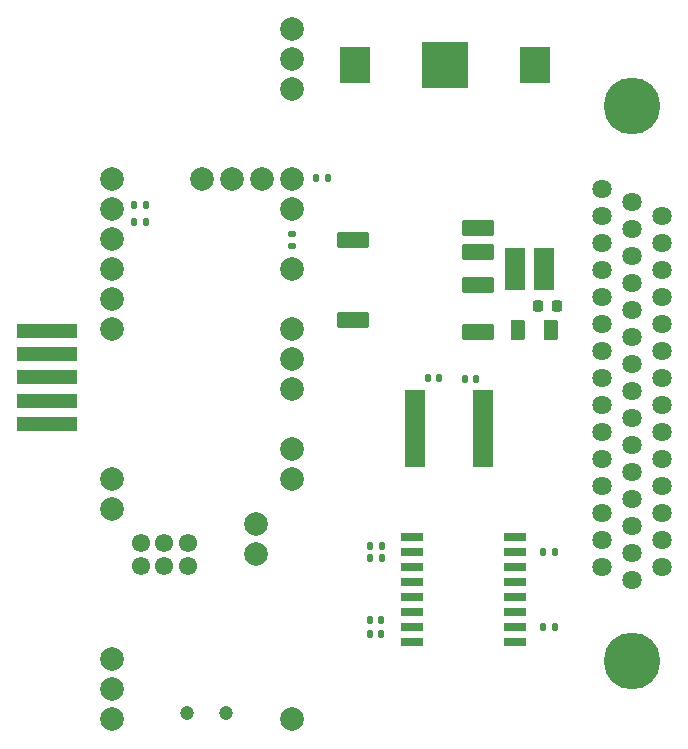
<source format=gts>
G04 #@! TF.GenerationSoftware,KiCad,Pcbnew,8.0.7*
G04 #@! TF.CreationDate,2025-02-07T02:11:16-05:00*
G04 #@! TF.ProjectId,accessory_v3,61636365-7373-46f7-9279-5f76332e6b69,rev?*
G04 #@! TF.SameCoordinates,Original*
G04 #@! TF.FileFunction,Soldermask,Top*
G04 #@! TF.FilePolarity,Negative*
%FSLAX46Y46*%
G04 Gerber Fmt 4.6, Leading zero omitted, Abs format (unit mm)*
G04 Created by KiCad (PCBNEW 8.0.7) date 2025-02-07 02:11:16*
%MOMM*%
%LPD*%
G01*
G04 APERTURE LIST*
G04 Aperture macros list*
%AMRoundRect*
0 Rectangle with rounded corners*
0 $1 Rounding radius*
0 $2 $3 $4 $5 $6 $7 $8 $9 X,Y pos of 4 corners*
0 Add a 4 corners polygon primitive as box body*
4,1,4,$2,$3,$4,$5,$6,$7,$8,$9,$2,$3,0*
0 Add four circle primitives for the rounded corners*
1,1,$1+$1,$2,$3*
1,1,$1+$1,$4,$5*
1,1,$1+$1,$6,$7*
1,1,$1+$1,$8,$9*
0 Add four rect primitives between the rounded corners*
20,1,$1+$1,$2,$3,$4,$5,0*
20,1,$1+$1,$4,$5,$6,$7,0*
20,1,$1+$1,$6,$7,$8,$9,0*
20,1,$1+$1,$8,$9,$2,$3,0*%
G04 Aperture macros list end*
%ADD10RoundRect,0.140000X0.140000X0.170000X-0.140000X0.170000X-0.140000X-0.170000X0.140000X-0.170000X0*%
%ADD11C,1.638000*%
%ADD12C,4.801000*%
%ADD13RoundRect,0.076750X-0.810250X-0.230250X0.810250X-0.230250X0.810250X0.230250X-0.810250X0.230250X0*%
%ADD14R,5.200000X1.250000*%
%ADD15RoundRect,0.135000X-0.135000X-0.185000X0.135000X-0.185000X0.135000X0.185000X-0.135000X0.185000X0*%
%ADD16RoundRect,0.102000X-1.220000X-0.600000X1.220000X-0.600000X1.220000X0.600000X-1.220000X0.600000X0*%
%ADD17RoundRect,0.225000X-0.225000X-0.250000X0.225000X-0.250000X0.225000X0.250000X-0.225000X0.250000X0*%
%ADD18R,3.960000X3.960000*%
%ADD19R,2.540000X3.170000*%
%ADD20RoundRect,0.140000X-0.140000X-0.170000X0.140000X-0.170000X0.140000X0.170000X-0.140000X0.170000X0*%
%ADD21R,1.910000X0.640000*%
%ADD22C,2.004000*%
%ADD23C,1.204000*%
%ADD24C,1.554000*%
%ADD25RoundRect,0.250000X-0.375000X-0.625000X0.375000X-0.625000X0.375000X0.625000X-0.375000X0.625000X0*%
%ADD26R,1.701800X3.606800*%
%ADD27RoundRect,0.135000X-0.185000X0.135000X-0.185000X-0.135000X0.185000X-0.135000X0.185000X0.135000X0*%
G04 APERTURE END LIST*
D10*
X31780000Y-60410000D03*
X30820000Y-60410000D03*
D11*
X50460000Y-55869000D03*
X50460000Y-53583000D03*
X50460000Y-51297000D03*
X50460000Y-49011000D03*
X50460000Y-46725000D03*
X50460000Y-44439000D03*
X50460000Y-42153000D03*
X50460000Y-39867000D03*
X50460000Y-37581000D03*
X50460000Y-35295000D03*
X50460000Y-33009000D03*
X50460000Y-30723000D03*
X50460000Y-28437000D03*
X50460000Y-26151000D03*
X50460000Y-23865000D03*
X53000000Y-57012000D03*
X53000000Y-54726000D03*
X53000000Y-52440000D03*
X53000000Y-50154000D03*
X53000000Y-47868000D03*
X53000000Y-45582000D03*
X53000000Y-43296000D03*
X53000000Y-41010000D03*
X53000000Y-38724000D03*
X53000000Y-36438000D03*
X53000000Y-34152000D03*
X53000000Y-31866000D03*
X53000000Y-29580000D03*
X53000000Y-27294000D03*
X53000000Y-25008000D03*
X55540000Y-55869000D03*
X55540000Y-53583000D03*
X55540000Y-51297000D03*
X55540000Y-49011000D03*
X55540000Y-46725000D03*
X55540000Y-44439000D03*
X55540000Y-42153000D03*
X55540000Y-39867000D03*
X55540000Y-37581000D03*
X55540000Y-35295000D03*
X55540000Y-33009000D03*
X55540000Y-30723000D03*
X55540000Y-28437000D03*
X55540000Y-26151000D03*
D12*
X53000000Y-63895000D03*
X53000000Y-16855000D03*
D13*
X34625000Y-41255000D03*
X34625000Y-41905000D03*
X34625000Y-42555000D03*
X34625000Y-43205000D03*
X34625000Y-43855000D03*
X34625000Y-44505000D03*
X34625000Y-45155000D03*
X34625000Y-45805000D03*
X34625000Y-46455000D03*
X34625000Y-47105000D03*
X40365000Y-47105000D03*
X40365000Y-46455000D03*
X40365000Y-45805000D03*
X40365000Y-45155000D03*
X40365000Y-44505000D03*
X40365000Y-43855000D03*
X40365000Y-43205000D03*
X40365000Y-42555000D03*
X40365000Y-41905000D03*
X40365000Y-41255000D03*
D10*
X31830000Y-55170000D03*
X30870000Y-55170000D03*
D14*
X3500000Y-35930000D03*
X3500000Y-37830000D03*
X3500000Y-39830000D03*
X3500000Y-41830000D03*
X3500000Y-43830000D03*
D15*
X10890000Y-26720000D03*
X11910000Y-26720000D03*
D16*
X40010000Y-27210000D03*
X40010000Y-29210000D03*
X40010000Y-32010000D03*
X40010000Y-36010000D03*
X29370000Y-28210000D03*
X29370000Y-35010000D03*
D17*
X45085000Y-33810000D03*
X46635000Y-33810000D03*
D15*
X45520000Y-54660000D03*
X46540000Y-54660000D03*
D18*
X37211000Y-13385800D03*
D19*
X29591000Y-13385800D03*
X44831000Y-13385800D03*
D10*
X39830000Y-39980000D03*
X38870000Y-39980000D03*
D20*
X35710000Y-39890000D03*
X36670000Y-39890000D03*
D15*
X26270000Y-22960000D03*
X27290000Y-22960000D03*
X45520000Y-60960000D03*
X46540000Y-60960000D03*
D21*
X34385000Y-53395000D03*
X34385000Y-54665000D03*
X34385000Y-55935000D03*
X34385000Y-57205000D03*
X34385000Y-58475000D03*
X34385000Y-59745000D03*
X34385000Y-61015000D03*
X34385000Y-62285000D03*
X43155000Y-62285000D03*
X43155000Y-61015000D03*
X43155000Y-59745000D03*
X43155000Y-58475000D03*
X43155000Y-57205000D03*
X43155000Y-55935000D03*
X43155000Y-54665000D03*
X43155000Y-53395000D03*
D15*
X10850000Y-25270000D03*
X11870000Y-25270000D03*
D10*
X31790000Y-61540000D03*
X30830000Y-61540000D03*
X31840000Y-54090000D03*
X30880000Y-54090000D03*
D22*
X8980000Y-63720000D03*
X19140000Y-23080000D03*
X24220000Y-48480000D03*
X24220000Y-45936000D03*
X24220000Y-40860000D03*
X24220000Y-38320000D03*
X24220000Y-35780000D03*
X8980000Y-35780000D03*
X8980000Y-48480000D03*
X8980000Y-51020000D03*
X24220000Y-30696000D03*
X24220000Y-25620000D03*
X24220000Y-23080000D03*
X24220000Y-15460000D03*
X24220000Y-12920000D03*
X24220000Y-10380000D03*
X8980000Y-23080000D03*
X8980000Y-25620000D03*
X8980000Y-28160000D03*
X8980000Y-30700000D03*
D23*
X18632000Y-68288000D03*
X15330000Y-68288000D03*
D22*
X24220000Y-68800000D03*
X8980000Y-33240000D03*
X8980000Y-66260000D03*
X16600000Y-23080000D03*
D24*
X13430000Y-53830000D03*
X13430000Y-55830000D03*
X11430000Y-55830000D03*
X11430000Y-53830000D03*
X15430000Y-53830000D03*
X15430000Y-55830000D03*
D22*
X21170000Y-54830000D03*
X21170000Y-52290000D03*
X21680000Y-23080000D03*
X8980000Y-68800000D03*
D25*
X43405600Y-35814000D03*
X46205600Y-35814000D03*
D26*
X43098400Y-30632400D03*
X45598400Y-30632400D03*
D27*
X24240000Y-27740000D03*
X24240000Y-28760000D03*
M02*

</source>
